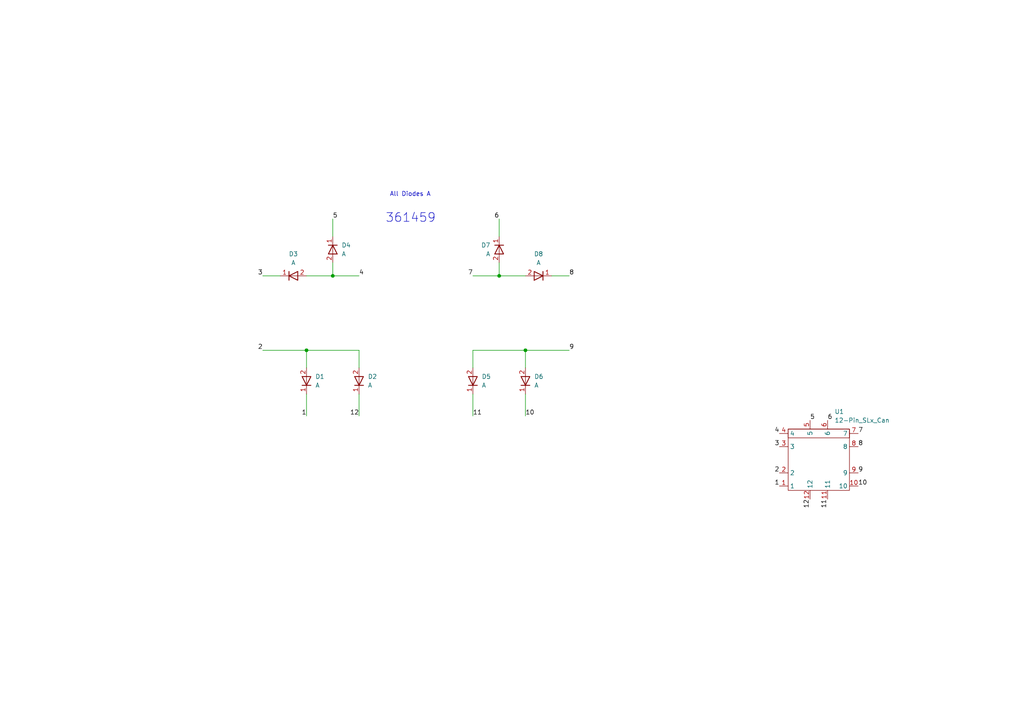
<source format=kicad_sch>
(kicad_sch (version 20211123) (generator eeschema)
  (paper "A4")
  (lib_symbols
    (symbol "IBM_SLT-SLD:12-Pin_SLx_Can"
      (property "Reference" "U" (at 0 -2.54 0))
      (property "Value" "12-Pin_SLx_Can" (at 0 0 0))
      (symbol "12-Pin_SLx_Can_0_1"
        (rectangle (start -8.89 8.89) (end 8.89 -8.89))
        (rectangle (start -8.89 8.89) (end 8.89 6.35))
      )
      (symbol "12-Pin_SLx_Can_1_1"
        (pin passive line (at -11.43 -7.62 0) (length 2.54) (name "1") (number "1"))
        (pin passive line (at 11.43 -7.62 180) (length 2.54) (name "10") (number "10"))
        (pin passive line (at 2.54 -11.43 90) (length 2.54) (name "11") (number "11"))
        (pin passive line (at -2.54 -11.43 90) (length 2.54) (name "12") (number "12"))
        (pin passive line (at -11.43 -3.81 0) (length 2.54) (name "2") (number "2"))
        (pin passive line (at -11.43 3.81 0) (length 2.54) (name "3") (number "3"))
        (pin passive line (at -11.43 7.62 0) (length 2.54) (name "4") (number "4"))
        (pin passive line (at -2.54 11.43 270) (length 2.54) (name "5") (number "5"))
        (pin passive line (at 2.54 11.43 270) (length 2.54) (name "6") (number "6"))
        (pin passive line (at 11.43 7.62 180) (length 2.54) (name "7") (number "7"))
        (pin passive line (at 11.43 3.81 180) (length 2.54) (name "8") (number "8"))
        (pin passive line (at 11.43 -3.81 180) (length 2.54) (name "9") (number "9"))
      )
    )
    (symbol "IBM_SLT-SLD:IBM_Diode"
      (property "Reference" "D" (at 0 5.08 0))
      (property "Value" "IBM_Diode" (at 0 2.54 0))
      (symbol "IBM_Diode_0_1"
        (polyline (pts (xy -1.27 1.27) (xy -1.27 -1.27)) (stroke (width 0.254)))
        (polyline (pts (xy 1.27 0) (xy -1.27 0)))
        (polyline (pts (xy 1.27 1.27) (xy 1.27 -1.27) (xy -1.27 0) (xy 1.27 1.27)) (stroke (width 0.254)))
      )
      (symbol "IBM_Diode_1_1"
        (pin passive line (at -3.81 0 0) (length 2.54) (name "K") (number "1"))
        (pin passive line (at 3.81 0 180) (length 2.54) (name "A") (number "2"))
      )
    )
  )
  (junction (at 96.52 80.01))
  (junction (at 152.4 101.6))
  (junction (at 88.9 101.6))
  (junction (at 144.78 80.01))
  (wire (pts (xy 152.4 114.3) (xy 152.4 120.65)))
  (wire (pts (xy 96.52 63.5) (xy 96.52 68.58)))
  (wire (pts (xy 144.78 63.5) (xy 144.78 68.58)))
  (wire (pts (xy 88.9 80.01) (xy 96.52 80.01)))
  (wire (pts (xy 137.16 114.3) (xy 137.16 120.65)))
  (wire (pts (xy 165.1 101.6) (xy 152.4 101.6)))
  (wire (pts (xy 152.4 80.01) (xy 144.78 80.01)))
  (wire (pts (xy 96.52 80.01) (xy 104.14 80.01)))
  (wire (pts (xy 137.16 106.68) (xy 137.16 101.6)))
  (wire (pts (xy 88.9 101.6) (xy 88.9 106.68)))
  (wire (pts (xy 104.14 106.68) (xy 104.14 101.6)))
  (wire (pts (xy 152.4 101.6) (xy 137.16 101.6)))
  (wire (pts (xy 104.14 114.3) (xy 104.14 120.65)))
  (wire (pts (xy 144.78 76.2) (xy 144.78 80.01)))
  (wire (pts (xy 76.2 101.6) (xy 88.9 101.6)))
  (wire (pts (xy 144.78 80.01) (xy 137.16 80.01)))
  (wire (pts (xy 96.52 76.2) (xy 96.52 80.01)))
  (wire (pts (xy 76.2 80.01) (xy 81.28 80.01)))
  (wire (pts (xy 88.9 114.3) (xy 88.9 120.65)))
  (wire (pts (xy 88.9 101.6) (xy 104.14 101.6)))
  (wire (pts (xy 152.4 101.6) (xy 152.4 106.68)))
  (wire (pts (xy 160.02 80.01) (xy 165.1 80.01)))
  (text "All Diodes A" (at 113.03 57.15 0) (effects (font (size 1.27 1.27)) (justify left bottom)))
  (text "361459" (at 111.76 64.77 0) (effects (font (size 2.54 2.54)) (justify left bottom)))
  (label "9" (at 248.92 137.16 0))
  (label "7" (at 248.92 125.73 0))
  (label "2" (at 76.2 101.6 180))
  (label "5" (at 234.95 121.92 0))
  (label "8" (at 165.1 80.01 0))
  (label "11" (at 240.03 144.78 270))
  (label "10" (at 152.4 120.65 0))
  (label "4" (at 226.06 125.73 180))
  (label "10" (at 248.92 140.97 0))
  (label "3" (at 226.06 129.54 180))
  (label "11" (at 137.16 120.65 0))
  (label "8" (at 248.92 129.54 0))
  (label "9" (at 165.1 101.6 0))
  (label "12" (at 104.14 120.65 180))
  (label "1" (at 226.06 140.97 180))
  (label "4" (at 104.14 80.01 0))
  (label "1" (at 88.9 120.65 180))
  (label "12" (at 234.95 144.78 270))
  (label "5" (at 96.52 63.5 0))
  (label "6" (at 144.78 63.5 180))
  (label "2" (at 226.06 137.16 180))
  (label "7" (at 137.16 80.01 180))
  (label "3" (at 76.2 80.01 180))
  (label "6" (at 240.03 121.92 0))
  (symbol (lib_id "IBM_SLT-SLD:IBM_Diode") (at 96.52 72.39 270) (unit 1)
    (property "Reference" "D4" (at 99.06 71.1199 90) (effects (justify left)))
    (property "Value" "A" (at 99.06 73.6599 90) (effects (justify left)))
    (property "Footprint" "Diode_SMD:D_0201_0603Metric" (effects hide))
  )
  (symbol (lib_id "IBM_SLT-SLD:IBM_Diode") (at 104.14 110.49 90) (unit 1)
    (property "Reference" "D2" (at 106.68 109.2199 90) (effects (justify right)))
    (property "Value" "A" (at 106.68 111.7599 90) (effects (justify right)))
    (property "Footprint" "Diode_SMD:D_0201_0603Metric" (effects hide))
  )
  (symbol (lib_id "IBM_SLT-SLD:IBM_Diode") (at 144.78 72.39 90) (mirror x) (unit 1)
    (property "Reference" "D7" (at 142.24 71.1199 90) (effects (justify left)))
    (property "Value" "A" (at 142.24 73.6599 90) (effects (justify left)))
    (property "Footprint" "Diode_SMD:D_0201_0603Metric" (effects hide))
  )
  (symbol (lib_id "IBM_SLT-SLD:12-Pin_SLx_Can") (at 237.49 133.35 0) (unit 1)
    (property "Reference" "U1" (at 242.0494 119.38 0) (effects (justify left)))
    (property "Value" "12-Pin_SLx_Can" (at 242.0494 121.92 0) (effects (justify left)))
    (property "Footprint" "IBM_SLT-SLD:12-Pin_SLx_Can" (effects hide))
  )
  (symbol (lib_id "IBM_SLT-SLD:IBM_Diode") (at 88.9 110.49 90) (unit 1)
    (property "Reference" "D1" (at 91.44 109.2199 90) (effects (justify right)))
    (property "Value" "A" (at 91.44 111.7599 90) (effects (justify right)))
    (property "Footprint" "Diode_SMD:D_0201_0603Metric" (effects hide))
  )
  (symbol (lib_id "IBM_SLT-SLD:IBM_Diode") (at 156.21 80.01 180) (unit 1)
    (property "Reference" "D8" (at 156.21 73.66 0))
    (property "Value" "A" (at 156.21 76.2 0))
    (property "Footprint" "Diode_SMD:D_0201_0603Metric" (effects hide))
  )
  (symbol (lib_id "IBM_SLT-SLD:IBM_Diode") (at 85.09 80.01 0) (unit 1)
    (property "Reference" "D3" (at 85.09 73.66 0))
    (property "Value" "A" (at 85.09 76.2 0))
    (property "Footprint" "Diode_SMD:D_0201_0603Metric" (effects hide))
  )
  (symbol (lib_id "IBM_SLT-SLD:IBM_Diode") (at 137.16 110.49 90) (unit 1)
    (property "Reference" "D5" (at 139.7 109.2199 90) (effects (justify right)))
    (property "Value" "A" (at 139.7 111.7599 90) (effects (justify right)))
    (property "Footprint" "Diode_SMD:D_0201_0603Metric" (effects hide))
  )
  (symbol (lib_id "IBM_SLT-SLD:IBM_Diode") (at 152.4 110.49 90) (unit 1)
    (property "Reference" "D6" (at 154.94 109.2199 90) (effects (justify right)))
    (property "Value" "A" (at 154.94 111.7599 90) (effects (justify right)))
    (property "Footprint" "Diode_SMD:D_0201_0603Metric" (effects hide))
  )
)
</source>
